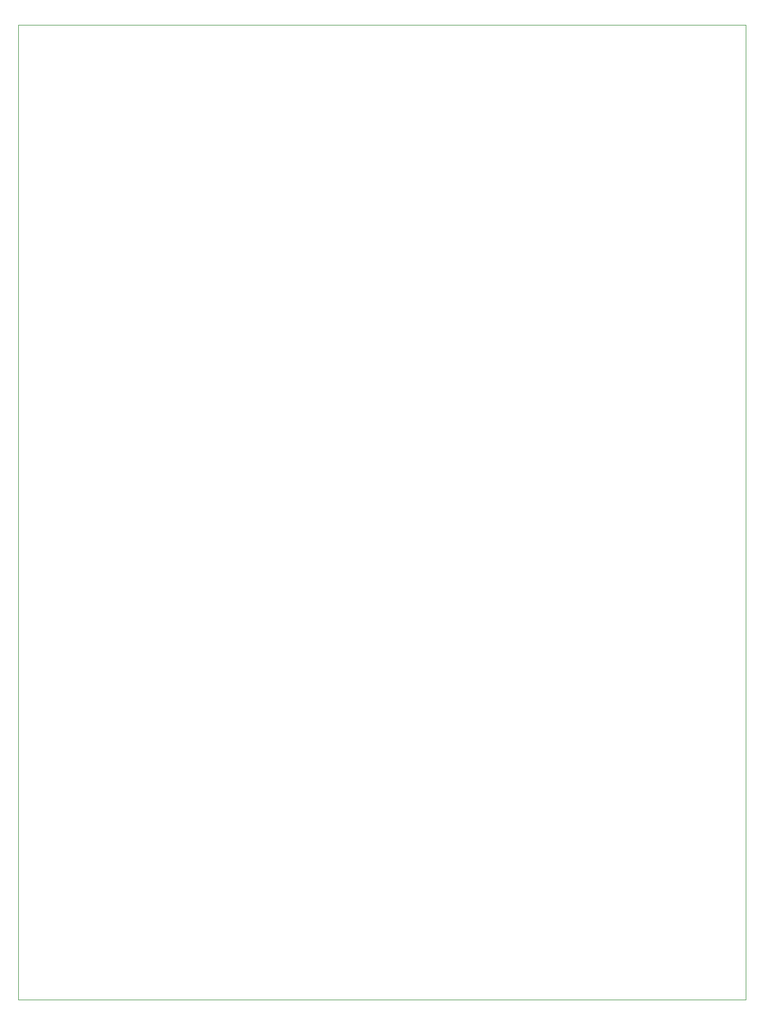
<source format=gbr>
%TF.GenerationSoftware,KiCad,Pcbnew,9.0.5*%
%TF.CreationDate,2025-10-31T11:40:23-04:00*%
%TF.ProjectId,powerdist,706f7765-7264-4697-9374-2e6b69636164,v1*%
%TF.SameCoordinates,Original*%
%TF.FileFunction,Profile,NP*%
%FSLAX46Y46*%
G04 Gerber Fmt 4.6, Leading zero omitted, Abs format (unit mm)*
G04 Created by KiCad (PCBNEW 9.0.5) date 2025-10-31 11:40:23*
%MOMM*%
%LPD*%
G01*
G04 APERTURE LIST*
%TA.AperFunction,Profile*%
%ADD10C,0.050000*%
%TD*%
G04 APERTURE END LIST*
D10*
X50200000Y-65800000D02*
X161500000Y-65800000D01*
X161500000Y-214900000D01*
X50200000Y-214900000D01*
X50200000Y-65800000D01*
M02*

</source>
